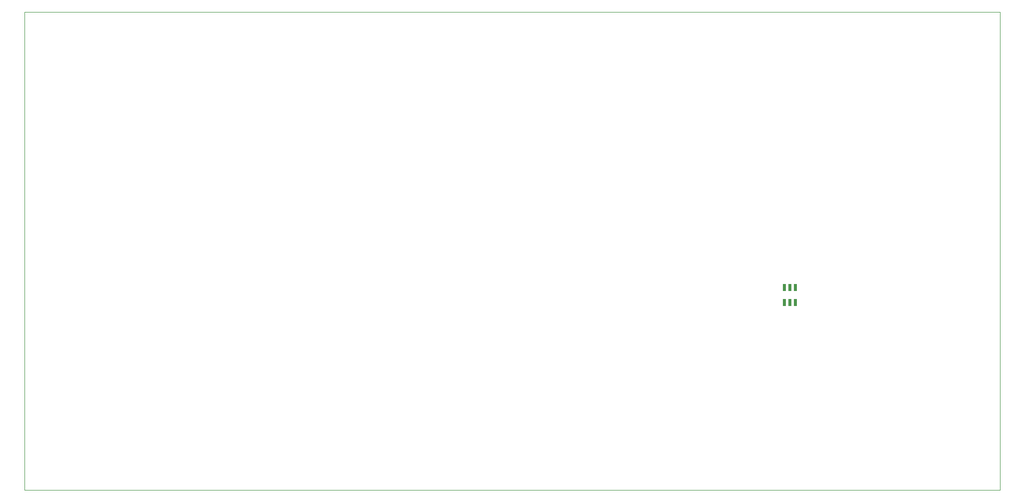
<source format=gtp>
G75*
%MOIN*%
%OFA0B0*%
%FSLAX25Y25*%
%IPPOS*%
%LPD*%
%AMOC8*
5,1,8,0,0,1.08239X$1,22.5*
%
%ADD10C,0.00000*%
%ADD11R,0.02165X0.04724*%
D10*
X0032595Y0002550D02*
X0032595Y0321251D01*
X0682516Y0321251D01*
X0682516Y0002550D01*
X0032595Y0002550D01*
D11*
X0538855Y0127431D03*
X0542595Y0127431D03*
X0546335Y0127431D03*
X0546335Y0137669D03*
X0542595Y0137669D03*
X0538855Y0137669D03*
M02*

</source>
